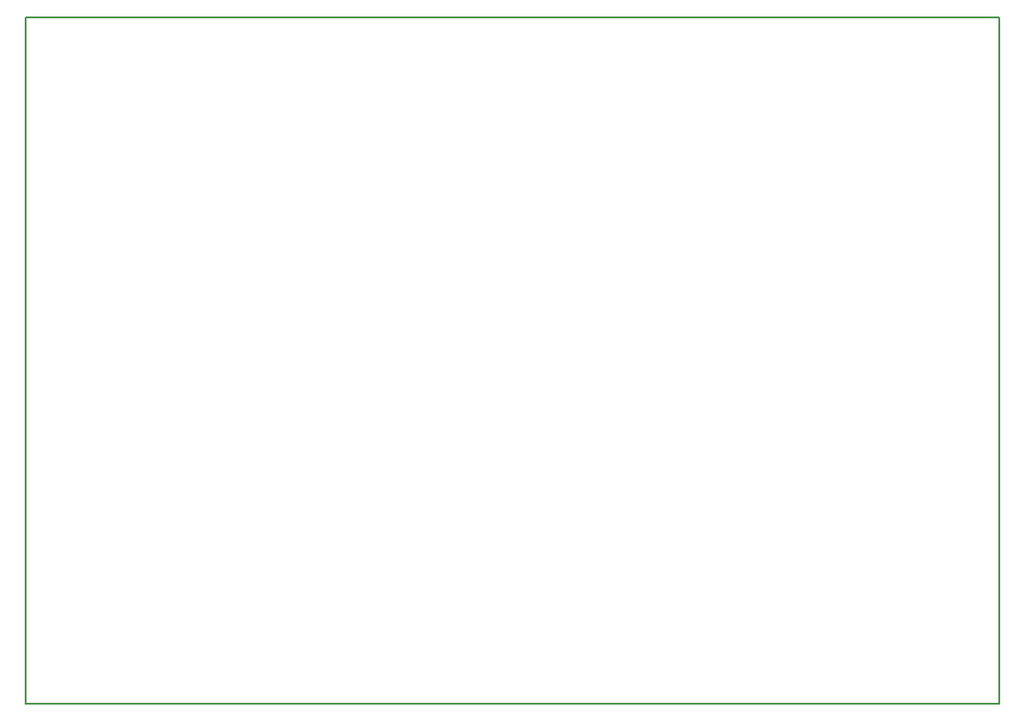
<source format=gko>
G04 EAGLE Gerber X2 export*
%TF.Part,Single*%
%TF.FileFunction,Other,Outline*%
%TF.FilePolarity,Positive*%
%TF.GenerationSoftware,Autodesk,EAGLE,9.1.1*%
%TF.CreationDate,2018-08-06T02:20:56Z*%
G75*
%MOIN*%
%FSLAX34Y34*%
%LPD*%
%AMOC8*
5,1,8,0,0,1.08239X$1,22.5*%
G01*
%ADD10C,0.006000*%


D10*
X0Y25000D02*
X35433Y25000D01*
X35433Y0D01*
X0Y0D01*
X0Y25000D01*
M02*

</source>
